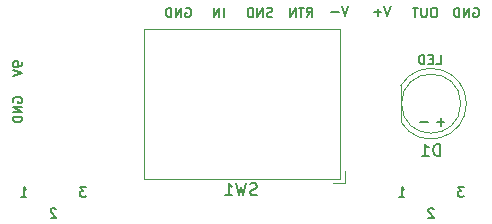
<source format=gbr>
%TF.GenerationSoftware,KiCad,Pcbnew,(6.0.7)*%
%TF.CreationDate,2022-11-14T21:42:39-08:00*%
%TF.ProjectId,3PDT_Regulator,33504454-5f52-4656-9775-6c61746f722e,rev?*%
%TF.SameCoordinates,Original*%
%TF.FileFunction,Legend,Bot*%
%TF.FilePolarity,Positive*%
%FSLAX46Y46*%
G04 Gerber Fmt 4.6, Leading zero omitted, Abs format (unit mm)*
G04 Created by KiCad (PCBNEW (6.0.7)) date 2022-11-14 21:42:39*
%MOMM*%
%LPD*%
G01*
G04 APERTURE LIST*
%ADD10C,0.150000*%
%ADD11C,0.120000*%
G04 APERTURE END LIST*
D10*
X256228571Y-138938095D02*
X256190476Y-138900000D01*
X256114285Y-138861904D01*
X255923809Y-138861904D01*
X255847619Y-138900000D01*
X255809523Y-138938095D01*
X255771428Y-139014285D01*
X255771428Y-139090476D01*
X255809523Y-139204761D01*
X256266666Y-139661904D01*
X255771428Y-139661904D01*
X258766666Y-137061904D02*
X258271428Y-137061904D01*
X258538095Y-137366666D01*
X258423809Y-137366666D01*
X258347619Y-137404761D01*
X258309523Y-137442857D01*
X258271428Y-137519047D01*
X258271428Y-137709523D01*
X258309523Y-137785714D01*
X258347619Y-137823809D01*
X258423809Y-137861904D01*
X258652380Y-137861904D01*
X258728571Y-137823809D01*
X258766666Y-137785714D01*
X253271428Y-137861904D02*
X253728571Y-137861904D01*
X253500000Y-137861904D02*
X253500000Y-137061904D01*
X253576190Y-137176190D01*
X253652380Y-137252380D01*
X253728571Y-137290476D01*
X226766666Y-137061904D02*
X226271428Y-137061904D01*
X226538095Y-137366666D01*
X226423809Y-137366666D01*
X226347619Y-137404761D01*
X226309523Y-137442857D01*
X226271428Y-137519047D01*
X226271428Y-137709523D01*
X226309523Y-137785714D01*
X226347619Y-137823809D01*
X226423809Y-137861904D01*
X226652380Y-137861904D01*
X226728571Y-137823809D01*
X226766666Y-137785714D01*
X224228571Y-138938095D02*
X224190476Y-138900000D01*
X224114285Y-138861904D01*
X223923809Y-138861904D01*
X223847619Y-138900000D01*
X223809523Y-138938095D01*
X223771428Y-139014285D01*
X223771428Y-139090476D01*
X223809523Y-139204761D01*
X224266666Y-139661904D01*
X223771428Y-139661904D01*
X221271428Y-137861904D02*
X221728571Y-137861904D01*
X221500000Y-137861904D02*
X221500000Y-137061904D01*
X221576190Y-137176190D01*
X221652380Y-137252380D01*
X221728571Y-137290476D01*
X220600000Y-129890476D02*
X220561904Y-129814285D01*
X220561904Y-129700000D01*
X220600000Y-129585714D01*
X220676190Y-129509523D01*
X220752380Y-129471428D01*
X220904761Y-129433333D01*
X221019047Y-129433333D01*
X221171428Y-129471428D01*
X221247619Y-129509523D01*
X221323809Y-129585714D01*
X221361904Y-129700000D01*
X221361904Y-129776190D01*
X221323809Y-129890476D01*
X221285714Y-129928571D01*
X221019047Y-129928571D01*
X221019047Y-129776190D01*
X221361904Y-130271428D02*
X220561904Y-130271428D01*
X221361904Y-130728571D01*
X220561904Y-130728571D01*
X221361904Y-131109523D02*
X220561904Y-131109523D01*
X220561904Y-131300000D01*
X220600000Y-131414285D01*
X220676190Y-131490476D01*
X220752380Y-131528571D01*
X220904761Y-131566666D01*
X221019047Y-131566666D01*
X221171428Y-131528571D01*
X221247619Y-131490476D01*
X221323809Y-131414285D01*
X221361904Y-131300000D01*
X221361904Y-131109523D01*
X221361904Y-126504761D02*
X221361904Y-126657142D01*
X221323809Y-126733333D01*
X221285714Y-126771428D01*
X221171428Y-126847619D01*
X221019047Y-126885714D01*
X220714285Y-126885714D01*
X220638095Y-126847619D01*
X220600000Y-126809523D01*
X220561904Y-126733333D01*
X220561904Y-126580952D01*
X220600000Y-126504761D01*
X220638095Y-126466666D01*
X220714285Y-126428571D01*
X220904761Y-126428571D01*
X220980952Y-126466666D01*
X221019047Y-126504761D01*
X221057142Y-126580952D01*
X221057142Y-126733333D01*
X221019047Y-126809523D01*
X220980952Y-126847619D01*
X220904761Y-126885714D01*
X220561904Y-127114285D02*
X221361904Y-127380952D01*
X220561904Y-127647619D01*
X259609523Y-121900000D02*
X259685714Y-121861904D01*
X259800000Y-121861904D01*
X259914285Y-121900000D01*
X259990476Y-121976190D01*
X260028571Y-122052380D01*
X260066666Y-122204761D01*
X260066666Y-122319047D01*
X260028571Y-122471428D01*
X259990476Y-122547619D01*
X259914285Y-122623809D01*
X259800000Y-122661904D01*
X259723809Y-122661904D01*
X259609523Y-122623809D01*
X259571428Y-122585714D01*
X259571428Y-122319047D01*
X259723809Y-122319047D01*
X259228571Y-122661904D02*
X259228571Y-121861904D01*
X258771428Y-122661904D01*
X258771428Y-121861904D01*
X258390476Y-122661904D02*
X258390476Y-121861904D01*
X258200000Y-121861904D01*
X258085714Y-121900000D01*
X258009523Y-121976190D01*
X257971428Y-122052380D01*
X257933333Y-122204761D01*
X257933333Y-122319047D01*
X257971428Y-122471428D01*
X258009523Y-122547619D01*
X258085714Y-122623809D01*
X258200000Y-122661904D01*
X258390476Y-122661904D01*
X256300000Y-121861904D02*
X256147619Y-121861904D01*
X256071428Y-121900000D01*
X255995238Y-121976190D01*
X255957142Y-122128571D01*
X255957142Y-122395238D01*
X255995238Y-122547619D01*
X256071428Y-122623809D01*
X256147619Y-122661904D01*
X256300000Y-122661904D01*
X256376190Y-122623809D01*
X256452380Y-122547619D01*
X256490476Y-122395238D01*
X256490476Y-122128571D01*
X256452380Y-121976190D01*
X256376190Y-121900000D01*
X256300000Y-121861904D01*
X255614285Y-121861904D02*
X255614285Y-122509523D01*
X255576190Y-122585714D01*
X255538095Y-122623809D01*
X255461904Y-122661904D01*
X255309523Y-122661904D01*
X255233333Y-122623809D01*
X255195238Y-122585714D01*
X255157142Y-122509523D01*
X255157142Y-121861904D01*
X254890476Y-121861904D02*
X254433333Y-121861904D01*
X254661904Y-122661904D02*
X254661904Y-121861904D01*
X252561904Y-121761904D02*
X252295238Y-122561904D01*
X252028571Y-121761904D01*
X251761904Y-122257142D02*
X251152380Y-122257142D01*
X251457142Y-122561904D02*
X251457142Y-121952380D01*
X248961904Y-121761904D02*
X248695238Y-122561904D01*
X248428571Y-121761904D01*
X248161904Y-122257142D02*
X247552380Y-122257142D01*
X245476190Y-122661904D02*
X245742857Y-122280952D01*
X245933333Y-122661904D02*
X245933333Y-121861904D01*
X245628571Y-121861904D01*
X245552380Y-121900000D01*
X245514285Y-121938095D01*
X245476190Y-122014285D01*
X245476190Y-122128571D01*
X245514285Y-122204761D01*
X245552380Y-122242857D01*
X245628571Y-122280952D01*
X245933333Y-122280952D01*
X245247619Y-121861904D02*
X244790476Y-121861904D01*
X245019047Y-122661904D02*
X245019047Y-121861904D01*
X244523809Y-122661904D02*
X244523809Y-121861904D01*
X244066666Y-122661904D01*
X244066666Y-121861904D01*
X242547619Y-122623809D02*
X242433333Y-122661904D01*
X242242857Y-122661904D01*
X242166666Y-122623809D01*
X242128571Y-122585714D01*
X242090476Y-122509523D01*
X242090476Y-122433333D01*
X242128571Y-122357142D01*
X242166666Y-122319047D01*
X242242857Y-122280952D01*
X242395238Y-122242857D01*
X242471428Y-122204761D01*
X242509523Y-122166666D01*
X242547619Y-122090476D01*
X242547619Y-122014285D01*
X242509523Y-121938095D01*
X242471428Y-121900000D01*
X242395238Y-121861904D01*
X242204761Y-121861904D01*
X242090476Y-121900000D01*
X241747619Y-122661904D02*
X241747619Y-121861904D01*
X241290476Y-122661904D01*
X241290476Y-121861904D01*
X240909523Y-122661904D02*
X240909523Y-121861904D01*
X240719047Y-121861904D01*
X240604761Y-121900000D01*
X240528571Y-121976190D01*
X240490476Y-122052380D01*
X240452380Y-122204761D01*
X240452380Y-122319047D01*
X240490476Y-122471428D01*
X240528571Y-122547619D01*
X240604761Y-122623809D01*
X240719047Y-122661904D01*
X240909523Y-122661904D01*
X238419047Y-122661904D02*
X238419047Y-121861904D01*
X238038095Y-122661904D02*
X238038095Y-121861904D01*
X237580952Y-122661904D01*
X237580952Y-121861904D01*
X235209523Y-121900000D02*
X235285714Y-121861904D01*
X235400000Y-121861904D01*
X235514285Y-121900000D01*
X235590476Y-121976190D01*
X235628571Y-122052380D01*
X235666666Y-122204761D01*
X235666666Y-122319047D01*
X235628571Y-122471428D01*
X235590476Y-122547619D01*
X235514285Y-122623809D01*
X235400000Y-122661904D01*
X235323809Y-122661904D01*
X235209523Y-122623809D01*
X235171428Y-122585714D01*
X235171428Y-122319047D01*
X235323809Y-122319047D01*
X234828571Y-122661904D02*
X234828571Y-121861904D01*
X234371428Y-122661904D01*
X234371428Y-121861904D01*
X233990476Y-122661904D02*
X233990476Y-121861904D01*
X233800000Y-121861904D01*
X233685714Y-121900000D01*
X233609523Y-121976190D01*
X233571428Y-122052380D01*
X233533333Y-122204761D01*
X233533333Y-122319047D01*
X233571428Y-122471428D01*
X233609523Y-122547619D01*
X233685714Y-122623809D01*
X233800000Y-122661904D01*
X233990476Y-122661904D01*
X256414285Y-126661904D02*
X256795238Y-126661904D01*
X256795238Y-125861904D01*
X256147619Y-126242857D02*
X255880952Y-126242857D01*
X255766666Y-126661904D02*
X256147619Y-126661904D01*
X256147619Y-125861904D01*
X255766666Y-125861904D01*
X255423809Y-126661904D02*
X255423809Y-125861904D01*
X255233333Y-125861904D01*
X255119047Y-125900000D01*
X255042857Y-125976190D01*
X255004761Y-126052380D01*
X254966666Y-126204761D01*
X254966666Y-126319047D01*
X255004761Y-126471428D01*
X255042857Y-126547619D01*
X255119047Y-126623809D01*
X255233333Y-126661904D01*
X255423809Y-126661904D01*
X255704761Y-131557142D02*
X255095238Y-131557142D01*
X257104761Y-131557142D02*
X256495238Y-131557142D01*
X256800000Y-131861904D02*
X256800000Y-131252380D01*
%TO.C,SW1*%
X241233333Y-137704761D02*
X241090476Y-137752380D01*
X240852380Y-137752380D01*
X240757142Y-137704761D01*
X240709523Y-137657142D01*
X240661904Y-137561904D01*
X240661904Y-137466666D01*
X240709523Y-137371428D01*
X240757142Y-137323809D01*
X240852380Y-137276190D01*
X241042857Y-137228571D01*
X241138095Y-137180952D01*
X241185714Y-137133333D01*
X241233333Y-137038095D01*
X241233333Y-136942857D01*
X241185714Y-136847619D01*
X241138095Y-136800000D01*
X241042857Y-136752380D01*
X240804761Y-136752380D01*
X240661904Y-136800000D01*
X240328571Y-136752380D02*
X240090476Y-137752380D01*
X239900000Y-137038095D01*
X239709523Y-137752380D01*
X239471428Y-136752380D01*
X238566666Y-137752380D02*
X239138095Y-137752380D01*
X238852380Y-137752380D02*
X238852380Y-136752380D01*
X238947619Y-136895238D01*
X239042857Y-136990476D01*
X239138095Y-137038095D01*
%TO.C,D1*%
X256733095Y-134412380D02*
X256733095Y-133412380D01*
X256495000Y-133412380D01*
X256352142Y-133460000D01*
X256256904Y-133555238D01*
X256209285Y-133650476D01*
X256161666Y-133840952D01*
X256161666Y-133983809D01*
X256209285Y-134174285D01*
X256256904Y-134269523D01*
X256352142Y-134364761D01*
X256495000Y-134412380D01*
X256733095Y-134412380D01*
X255209285Y-134412380D02*
X255780714Y-134412380D01*
X255495000Y-134412380D02*
X255495000Y-133412380D01*
X255590238Y-133555238D01*
X255685476Y-133650476D01*
X255780714Y-133698095D01*
D11*
%TO.C,SW1*%
X248275000Y-136350000D02*
X231725000Y-136350000D01*
X248275000Y-136350000D02*
X248275000Y-123650000D01*
X231725000Y-136350000D02*
X231725000Y-123650000D01*
X248700000Y-135700000D02*
X248700000Y-136700000D01*
X248275000Y-123650000D02*
X231725000Y-123650000D01*
X247700000Y-136700000D02*
X248700000Y-136700000D01*
%TO.C,D1*%
X253435000Y-131545000D02*
X253435000Y-128455000D01*
X258985000Y-130000462D02*
G75*
G03*
X253435000Y-128455170I-2990000J462D01*
G01*
X253435000Y-131544830D02*
G75*
G03*
X258985000Y-129999538I2560000J1544830D01*
G01*
X258495000Y-130000000D02*
G75*
G03*
X258495000Y-130000000I-2500000J0D01*
G01*
%TD*%
M02*

</source>
